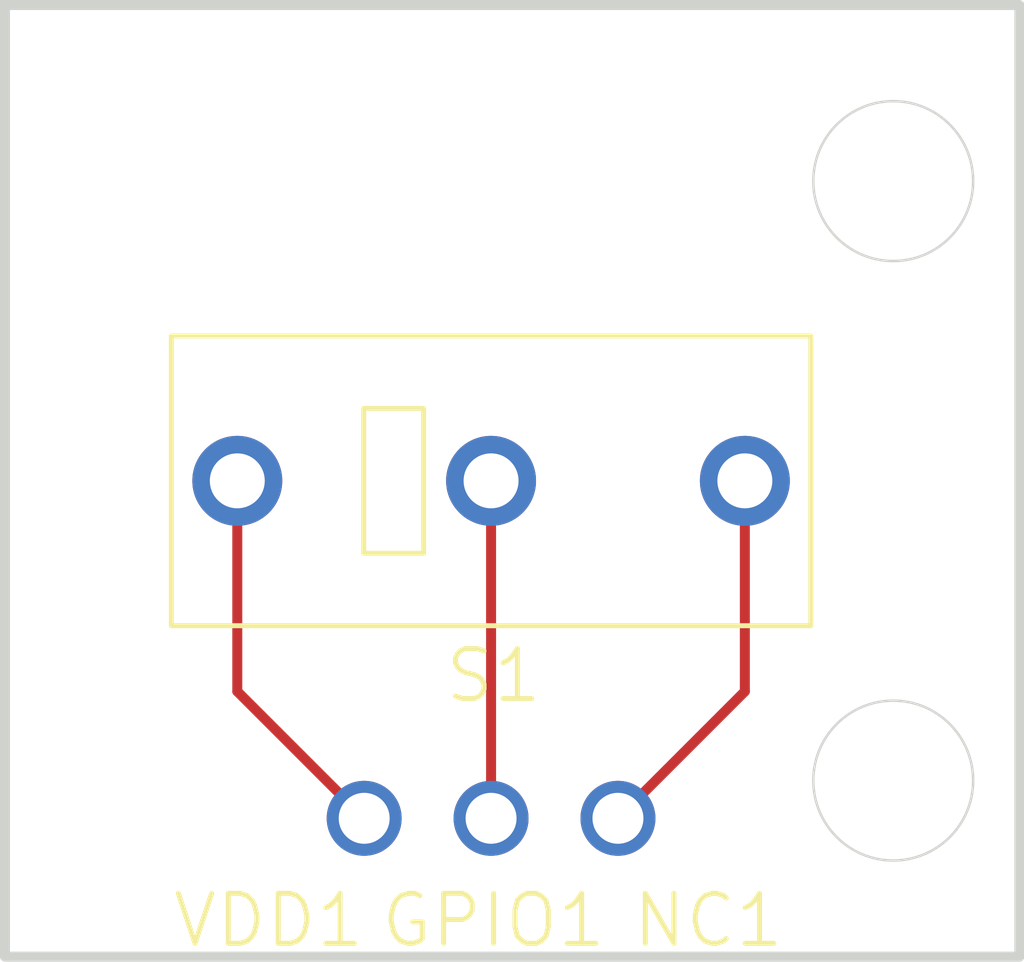
<source format=kicad_pcb>
(kicad_pcb (version 20240108) (generator "pcbnew") (generator_version "8.0")
  (layers (0 "F.Cu" signal) (31 "B.Cu" signal) (34 "B.Paste" user) (35 "F.Paste" user) (36 "B.SilkS" user "B.Silkscreen") (37 "F.SilkS" user "F.Silkscreen") (38 "B.Mask" user) (39 "F.Mask" user) (44 "Edge.Cuts" user))
  (net 0 "")
  (net 1 "Net-(GPIO1-Pin)")
  (net 2 "Net-(S1-COM)")
  (net 3 "Net-(NC1-Pin)")
  (footprint "BardBarian_Footprints:Header" (layer "F.Cu") (at 4.49 6.7554)
    (property "Reference" "NC1" (at 1.81 2.0446 0) (layer "F.SilkS") (effects (font (thickness 0.1))))
    (property "Value" "~")
    (pad "1" thru_hole circle (at 0 0) (size 1.5 1.5) (drill 1.02) (layers "*.Cu" "*.Mask") (net 3 "Net-(NC1-Pin)"))
  )
  (footprint "BardBarian_Footprints:Header" (layer "F.Cu") (at -0.59 6.7554)
    (property "Reference" "VDD1" (at -1.91 2.0446 0) (layer "F.SilkS") (effects (font (thickness 0.1))))
    (property "Value" "~")
    (pad "1" thru_hole circle (at 0 0) (size 1.5 1.5) (drill 1.02) (layers "*.Cu" "*.Mask") (net 2 "Net-(S1-COM)"))
  )
  (footprint "BardBarian_Footprints:Header" (layer "F.Cu") (at 1.95 6.7554)
    (property "Reference" "GPIO1" (at 0.05 2.0446 0) (layer "F.SilkS") (effects (font (thickness 0.1))))
    (property "Value" "~")
    (pad "1" thru_hole circle (at 0 0) (size 1.5 1.5) (drill 1.02) (layers "*.Cu" "*.Mask") (net 1 "Net-(GPIO1-Pin)"))
  )
  (footprint "BardBarian_Footprints:Kailh GM 4.0 Red CMI126601D01" (layer "F.Cu") (at 1.95 0)
    (property "Reference" "S1" (at 0.05 3.9 0) (layer "F.SilkS") (effects (font (thickness 0.1))))
    (property "Value" "~")
    (fp_rect (start -6.4 -2.9) (end 6.4 2.9) (stroke (width 0.1)) (fill none) (layer "F.SilkS"))
    (fp_rect (start -2.55 -1.45) (end -1.35 1.45) (stroke (width 0.1)) (fill none) (layer "F.SilkS"))
    (pad "1" thru_hole circle (at -5.08 0) (size 1.8 1.8) (drill 1.1) (layers "*.Cu" "*.Mask") (net 2 "Net-(S1-COM)"))
    (pad "2" thru_hole circle (at 0 0) (size 1.8 1.8) (drill 1.1) (layers "*.Cu" "*.Mask") (net 1 "Net-(GPIO1-Pin)"))
    (pad "3" thru_hole circle (at 5.08 0) (size 1.8 1.8) (drill 1.1) (layers "*.Cu" "*.Mask") (net 3 "Net-(NC1-Pin)"))
  )
  (gr_circle (center 10 6) (end 11.6 6) (stroke (width 0.05)) (fill none) (layer "Edge.Cuts"))
  (gr_circle (center 10 -6) (end 11.6 -6) (stroke (width 0.05)) (fill none) (layer "Edge.Cuts"))
  (gr_rect (start -7.78 -9.525) (end 12.525 9.525) (stroke (width 0.2)) (fill none) (layer "Edge.Cuts"))
  (segment (start 1.95 0) (end 1.95 6.7554) (width 0.2) (layer "F.Cu") (net 1))
  (segment (start -3.13 4.2154) (end -0.59 6.7554) (width 0.2) (layer "F.Cu") (net 2))
  (segment (start -3.13 0) (end -3.13 4.2154) (width 0.2) (layer "F.Cu") (net 2))
  (segment (start 7.03 0) (end 7.03 4.2154) (width 0.2) (layer "F.Cu") (net 3))
  (segment (start 7.03 4.2154) (end 4.49 6.7554) (width 0.2) (layer "F.Cu") (net 3))
)
</source>
